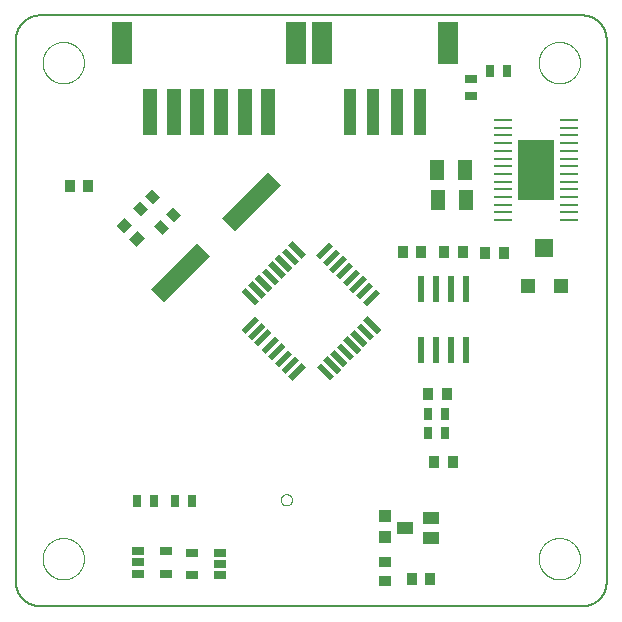
<source format=gtp>
G75*
%MOIN*%
%OFA0B0*%
%FSLAX25Y25*%
%IPPOS*%
%LPD*%
%AMOC8*
5,1,8,0,0,1.08239X$1,22.5*
%
%ADD10C,0.00800*%
%ADD11C,0.00000*%
%ADD12R,0.03150X0.03937*%
%ADD13R,0.03937X0.03150*%
%ADD14R,0.04724X0.15748*%
%ADD15R,0.06693X0.14173*%
%ADD16R,0.03937X0.15748*%
%ADD17R,0.03937X0.04331*%
%ADD18R,0.05512X0.03937*%
%ADD19R,0.21654X0.05906*%
%ADD20R,0.04724X0.04724*%
%ADD21R,0.06299X0.05906*%
%ADD22R,0.03543X0.03937*%
%ADD23R,0.03937X0.03543*%
%ADD24R,0.04724X0.07087*%
%ADD25R,0.02362X0.08661*%
%ADD26R,0.01969X0.06299*%
%ADD27R,0.06102X0.00984*%
%ADD28R,0.12205X0.20394*%
%ADD29R,0.03937X0.02756*%
D10*
X0003031Y0009274D02*
X0003031Y0190376D01*
X0003032Y0190376D02*
X0003034Y0190566D01*
X0003041Y0190756D01*
X0003053Y0190946D01*
X0003069Y0191136D01*
X0003089Y0191325D01*
X0003115Y0191514D01*
X0003144Y0191702D01*
X0003179Y0191889D01*
X0003218Y0192075D01*
X0003261Y0192260D01*
X0003309Y0192445D01*
X0003361Y0192628D01*
X0003417Y0192809D01*
X0003478Y0192989D01*
X0003544Y0193168D01*
X0003613Y0193345D01*
X0003687Y0193521D01*
X0003765Y0193694D01*
X0003848Y0193866D01*
X0003934Y0194035D01*
X0004024Y0194203D01*
X0004119Y0194368D01*
X0004217Y0194531D01*
X0004320Y0194691D01*
X0004426Y0194849D01*
X0004536Y0195004D01*
X0004649Y0195157D01*
X0004767Y0195307D01*
X0004888Y0195453D01*
X0005012Y0195597D01*
X0005140Y0195738D01*
X0005271Y0195876D01*
X0005406Y0196011D01*
X0005544Y0196142D01*
X0005685Y0196270D01*
X0005829Y0196394D01*
X0005975Y0196515D01*
X0006125Y0196633D01*
X0006278Y0196746D01*
X0006433Y0196856D01*
X0006591Y0196962D01*
X0006751Y0197065D01*
X0006914Y0197163D01*
X0007079Y0197258D01*
X0007247Y0197348D01*
X0007416Y0197434D01*
X0007588Y0197517D01*
X0007761Y0197595D01*
X0007937Y0197669D01*
X0008114Y0197738D01*
X0008293Y0197804D01*
X0008473Y0197865D01*
X0008654Y0197921D01*
X0008837Y0197973D01*
X0009022Y0198021D01*
X0009207Y0198064D01*
X0009393Y0198103D01*
X0009580Y0198138D01*
X0009768Y0198167D01*
X0009957Y0198193D01*
X0010146Y0198213D01*
X0010336Y0198229D01*
X0010526Y0198241D01*
X0010716Y0198248D01*
X0010906Y0198250D01*
X0192008Y0198250D01*
X0192198Y0198248D01*
X0192388Y0198241D01*
X0192578Y0198229D01*
X0192768Y0198213D01*
X0192957Y0198193D01*
X0193146Y0198167D01*
X0193334Y0198138D01*
X0193521Y0198103D01*
X0193707Y0198064D01*
X0193892Y0198021D01*
X0194077Y0197973D01*
X0194260Y0197921D01*
X0194441Y0197865D01*
X0194621Y0197804D01*
X0194800Y0197738D01*
X0194977Y0197669D01*
X0195153Y0197595D01*
X0195326Y0197517D01*
X0195498Y0197434D01*
X0195667Y0197348D01*
X0195835Y0197258D01*
X0196000Y0197163D01*
X0196163Y0197065D01*
X0196323Y0196962D01*
X0196481Y0196856D01*
X0196636Y0196746D01*
X0196789Y0196633D01*
X0196939Y0196515D01*
X0197085Y0196394D01*
X0197229Y0196270D01*
X0197370Y0196142D01*
X0197508Y0196011D01*
X0197643Y0195876D01*
X0197774Y0195738D01*
X0197902Y0195597D01*
X0198026Y0195453D01*
X0198147Y0195307D01*
X0198265Y0195157D01*
X0198378Y0195004D01*
X0198488Y0194849D01*
X0198594Y0194691D01*
X0198697Y0194531D01*
X0198795Y0194368D01*
X0198890Y0194203D01*
X0198980Y0194035D01*
X0199066Y0193866D01*
X0199149Y0193694D01*
X0199227Y0193521D01*
X0199301Y0193345D01*
X0199370Y0193168D01*
X0199436Y0192989D01*
X0199497Y0192809D01*
X0199553Y0192628D01*
X0199605Y0192445D01*
X0199653Y0192260D01*
X0199696Y0192075D01*
X0199735Y0191889D01*
X0199770Y0191702D01*
X0199799Y0191514D01*
X0199825Y0191325D01*
X0199845Y0191136D01*
X0199861Y0190946D01*
X0199873Y0190756D01*
X0199880Y0190566D01*
X0199882Y0190376D01*
X0199882Y0009274D01*
X0199880Y0009084D01*
X0199873Y0008894D01*
X0199861Y0008704D01*
X0199845Y0008514D01*
X0199825Y0008325D01*
X0199799Y0008136D01*
X0199770Y0007948D01*
X0199735Y0007761D01*
X0199696Y0007575D01*
X0199653Y0007390D01*
X0199605Y0007205D01*
X0199553Y0007022D01*
X0199497Y0006841D01*
X0199436Y0006661D01*
X0199370Y0006482D01*
X0199301Y0006305D01*
X0199227Y0006129D01*
X0199149Y0005956D01*
X0199066Y0005784D01*
X0198980Y0005615D01*
X0198890Y0005447D01*
X0198795Y0005282D01*
X0198697Y0005119D01*
X0198594Y0004959D01*
X0198488Y0004801D01*
X0198378Y0004646D01*
X0198265Y0004493D01*
X0198147Y0004343D01*
X0198026Y0004197D01*
X0197902Y0004053D01*
X0197774Y0003912D01*
X0197643Y0003774D01*
X0197508Y0003639D01*
X0197370Y0003508D01*
X0197229Y0003380D01*
X0197085Y0003256D01*
X0196939Y0003135D01*
X0196789Y0003017D01*
X0196636Y0002904D01*
X0196481Y0002794D01*
X0196323Y0002688D01*
X0196163Y0002585D01*
X0196000Y0002487D01*
X0195835Y0002392D01*
X0195667Y0002302D01*
X0195498Y0002216D01*
X0195326Y0002133D01*
X0195153Y0002055D01*
X0194977Y0001981D01*
X0194800Y0001912D01*
X0194621Y0001846D01*
X0194441Y0001785D01*
X0194260Y0001729D01*
X0194077Y0001677D01*
X0193892Y0001629D01*
X0193707Y0001586D01*
X0193521Y0001547D01*
X0193334Y0001512D01*
X0193146Y0001483D01*
X0192957Y0001457D01*
X0192768Y0001437D01*
X0192578Y0001421D01*
X0192388Y0001409D01*
X0192198Y0001402D01*
X0192008Y0001400D01*
X0010906Y0001400D01*
X0010716Y0001402D01*
X0010526Y0001409D01*
X0010336Y0001421D01*
X0010146Y0001437D01*
X0009957Y0001457D01*
X0009768Y0001483D01*
X0009580Y0001512D01*
X0009393Y0001547D01*
X0009207Y0001586D01*
X0009022Y0001629D01*
X0008837Y0001677D01*
X0008654Y0001729D01*
X0008473Y0001785D01*
X0008293Y0001846D01*
X0008114Y0001912D01*
X0007937Y0001981D01*
X0007761Y0002055D01*
X0007588Y0002133D01*
X0007416Y0002216D01*
X0007247Y0002302D01*
X0007079Y0002392D01*
X0006914Y0002487D01*
X0006751Y0002585D01*
X0006591Y0002688D01*
X0006433Y0002794D01*
X0006278Y0002904D01*
X0006125Y0003017D01*
X0005975Y0003135D01*
X0005829Y0003256D01*
X0005685Y0003380D01*
X0005544Y0003508D01*
X0005406Y0003639D01*
X0005271Y0003774D01*
X0005140Y0003912D01*
X0005012Y0004053D01*
X0004888Y0004197D01*
X0004767Y0004343D01*
X0004649Y0004493D01*
X0004536Y0004646D01*
X0004426Y0004801D01*
X0004320Y0004959D01*
X0004217Y0005119D01*
X0004119Y0005282D01*
X0004024Y0005447D01*
X0003934Y0005615D01*
X0003848Y0005784D01*
X0003765Y0005956D01*
X0003687Y0006129D01*
X0003613Y0006305D01*
X0003544Y0006482D01*
X0003478Y0006661D01*
X0003417Y0006841D01*
X0003361Y0007022D01*
X0003309Y0007205D01*
X0003261Y0007390D01*
X0003218Y0007575D01*
X0003179Y0007761D01*
X0003144Y0007948D01*
X0003115Y0008136D01*
X0003089Y0008325D01*
X0003069Y0008514D01*
X0003053Y0008704D01*
X0003041Y0008894D01*
X0003034Y0009084D01*
X0003032Y0009274D01*
D11*
X0011890Y0017148D02*
X0011892Y0017317D01*
X0011898Y0017486D01*
X0011909Y0017655D01*
X0011923Y0017823D01*
X0011942Y0017991D01*
X0011965Y0018159D01*
X0011991Y0018326D01*
X0012022Y0018492D01*
X0012057Y0018658D01*
X0012096Y0018822D01*
X0012140Y0018986D01*
X0012187Y0019148D01*
X0012238Y0019309D01*
X0012293Y0019469D01*
X0012352Y0019628D01*
X0012414Y0019785D01*
X0012481Y0019940D01*
X0012552Y0020094D01*
X0012626Y0020246D01*
X0012704Y0020396D01*
X0012785Y0020544D01*
X0012870Y0020690D01*
X0012959Y0020834D01*
X0013051Y0020976D01*
X0013147Y0021115D01*
X0013246Y0021252D01*
X0013348Y0021387D01*
X0013454Y0021519D01*
X0013563Y0021648D01*
X0013675Y0021775D01*
X0013790Y0021899D01*
X0013908Y0022020D01*
X0014029Y0022138D01*
X0014153Y0022253D01*
X0014280Y0022365D01*
X0014409Y0022474D01*
X0014541Y0022580D01*
X0014676Y0022682D01*
X0014813Y0022781D01*
X0014952Y0022877D01*
X0015094Y0022969D01*
X0015238Y0023058D01*
X0015384Y0023143D01*
X0015532Y0023224D01*
X0015682Y0023302D01*
X0015834Y0023376D01*
X0015988Y0023447D01*
X0016143Y0023514D01*
X0016300Y0023576D01*
X0016459Y0023635D01*
X0016619Y0023690D01*
X0016780Y0023741D01*
X0016942Y0023788D01*
X0017106Y0023832D01*
X0017270Y0023871D01*
X0017436Y0023906D01*
X0017602Y0023937D01*
X0017769Y0023963D01*
X0017937Y0023986D01*
X0018105Y0024005D01*
X0018273Y0024019D01*
X0018442Y0024030D01*
X0018611Y0024036D01*
X0018780Y0024038D01*
X0018949Y0024036D01*
X0019118Y0024030D01*
X0019287Y0024019D01*
X0019455Y0024005D01*
X0019623Y0023986D01*
X0019791Y0023963D01*
X0019958Y0023937D01*
X0020124Y0023906D01*
X0020290Y0023871D01*
X0020454Y0023832D01*
X0020618Y0023788D01*
X0020780Y0023741D01*
X0020941Y0023690D01*
X0021101Y0023635D01*
X0021260Y0023576D01*
X0021417Y0023514D01*
X0021572Y0023447D01*
X0021726Y0023376D01*
X0021878Y0023302D01*
X0022028Y0023224D01*
X0022176Y0023143D01*
X0022322Y0023058D01*
X0022466Y0022969D01*
X0022608Y0022877D01*
X0022747Y0022781D01*
X0022884Y0022682D01*
X0023019Y0022580D01*
X0023151Y0022474D01*
X0023280Y0022365D01*
X0023407Y0022253D01*
X0023531Y0022138D01*
X0023652Y0022020D01*
X0023770Y0021899D01*
X0023885Y0021775D01*
X0023997Y0021648D01*
X0024106Y0021519D01*
X0024212Y0021387D01*
X0024314Y0021252D01*
X0024413Y0021115D01*
X0024509Y0020976D01*
X0024601Y0020834D01*
X0024690Y0020690D01*
X0024775Y0020544D01*
X0024856Y0020396D01*
X0024934Y0020246D01*
X0025008Y0020094D01*
X0025079Y0019940D01*
X0025146Y0019785D01*
X0025208Y0019628D01*
X0025267Y0019469D01*
X0025322Y0019309D01*
X0025373Y0019148D01*
X0025420Y0018986D01*
X0025464Y0018822D01*
X0025503Y0018658D01*
X0025538Y0018492D01*
X0025569Y0018326D01*
X0025595Y0018159D01*
X0025618Y0017991D01*
X0025637Y0017823D01*
X0025651Y0017655D01*
X0025662Y0017486D01*
X0025668Y0017317D01*
X0025670Y0017148D01*
X0025668Y0016979D01*
X0025662Y0016810D01*
X0025651Y0016641D01*
X0025637Y0016473D01*
X0025618Y0016305D01*
X0025595Y0016137D01*
X0025569Y0015970D01*
X0025538Y0015804D01*
X0025503Y0015638D01*
X0025464Y0015474D01*
X0025420Y0015310D01*
X0025373Y0015148D01*
X0025322Y0014987D01*
X0025267Y0014827D01*
X0025208Y0014668D01*
X0025146Y0014511D01*
X0025079Y0014356D01*
X0025008Y0014202D01*
X0024934Y0014050D01*
X0024856Y0013900D01*
X0024775Y0013752D01*
X0024690Y0013606D01*
X0024601Y0013462D01*
X0024509Y0013320D01*
X0024413Y0013181D01*
X0024314Y0013044D01*
X0024212Y0012909D01*
X0024106Y0012777D01*
X0023997Y0012648D01*
X0023885Y0012521D01*
X0023770Y0012397D01*
X0023652Y0012276D01*
X0023531Y0012158D01*
X0023407Y0012043D01*
X0023280Y0011931D01*
X0023151Y0011822D01*
X0023019Y0011716D01*
X0022884Y0011614D01*
X0022747Y0011515D01*
X0022608Y0011419D01*
X0022466Y0011327D01*
X0022322Y0011238D01*
X0022176Y0011153D01*
X0022028Y0011072D01*
X0021878Y0010994D01*
X0021726Y0010920D01*
X0021572Y0010849D01*
X0021417Y0010782D01*
X0021260Y0010720D01*
X0021101Y0010661D01*
X0020941Y0010606D01*
X0020780Y0010555D01*
X0020618Y0010508D01*
X0020454Y0010464D01*
X0020290Y0010425D01*
X0020124Y0010390D01*
X0019958Y0010359D01*
X0019791Y0010333D01*
X0019623Y0010310D01*
X0019455Y0010291D01*
X0019287Y0010277D01*
X0019118Y0010266D01*
X0018949Y0010260D01*
X0018780Y0010258D01*
X0018611Y0010260D01*
X0018442Y0010266D01*
X0018273Y0010277D01*
X0018105Y0010291D01*
X0017937Y0010310D01*
X0017769Y0010333D01*
X0017602Y0010359D01*
X0017436Y0010390D01*
X0017270Y0010425D01*
X0017106Y0010464D01*
X0016942Y0010508D01*
X0016780Y0010555D01*
X0016619Y0010606D01*
X0016459Y0010661D01*
X0016300Y0010720D01*
X0016143Y0010782D01*
X0015988Y0010849D01*
X0015834Y0010920D01*
X0015682Y0010994D01*
X0015532Y0011072D01*
X0015384Y0011153D01*
X0015238Y0011238D01*
X0015094Y0011327D01*
X0014952Y0011419D01*
X0014813Y0011515D01*
X0014676Y0011614D01*
X0014541Y0011716D01*
X0014409Y0011822D01*
X0014280Y0011931D01*
X0014153Y0012043D01*
X0014029Y0012158D01*
X0013908Y0012276D01*
X0013790Y0012397D01*
X0013675Y0012521D01*
X0013563Y0012648D01*
X0013454Y0012777D01*
X0013348Y0012909D01*
X0013246Y0013044D01*
X0013147Y0013181D01*
X0013051Y0013320D01*
X0012959Y0013462D01*
X0012870Y0013606D01*
X0012785Y0013752D01*
X0012704Y0013900D01*
X0012626Y0014050D01*
X0012552Y0014202D01*
X0012481Y0014356D01*
X0012414Y0014511D01*
X0012352Y0014668D01*
X0012293Y0014827D01*
X0012238Y0014987D01*
X0012187Y0015148D01*
X0012140Y0015310D01*
X0012096Y0015474D01*
X0012057Y0015638D01*
X0012022Y0015804D01*
X0011991Y0015970D01*
X0011965Y0016137D01*
X0011942Y0016305D01*
X0011923Y0016473D01*
X0011909Y0016641D01*
X0011898Y0016810D01*
X0011892Y0016979D01*
X0011890Y0017148D01*
X0091278Y0036800D02*
X0091280Y0036886D01*
X0091286Y0036973D01*
X0091296Y0037058D01*
X0091310Y0037144D01*
X0091328Y0037228D01*
X0091349Y0037312D01*
X0091375Y0037394D01*
X0091404Y0037476D01*
X0091437Y0037555D01*
X0091474Y0037634D01*
X0091514Y0037710D01*
X0091558Y0037784D01*
X0091605Y0037857D01*
X0091656Y0037927D01*
X0091709Y0037995D01*
X0091766Y0038060D01*
X0091826Y0038122D01*
X0091888Y0038182D01*
X0091953Y0038239D01*
X0092021Y0038292D01*
X0092091Y0038343D01*
X0092164Y0038390D01*
X0092238Y0038434D01*
X0092314Y0038474D01*
X0092393Y0038511D01*
X0092472Y0038544D01*
X0092554Y0038573D01*
X0092636Y0038599D01*
X0092720Y0038620D01*
X0092804Y0038638D01*
X0092890Y0038652D01*
X0092975Y0038662D01*
X0093062Y0038668D01*
X0093148Y0038670D01*
X0093234Y0038668D01*
X0093321Y0038662D01*
X0093406Y0038652D01*
X0093492Y0038638D01*
X0093576Y0038620D01*
X0093660Y0038599D01*
X0093742Y0038573D01*
X0093824Y0038544D01*
X0093903Y0038511D01*
X0093982Y0038474D01*
X0094058Y0038434D01*
X0094132Y0038390D01*
X0094205Y0038343D01*
X0094275Y0038292D01*
X0094343Y0038239D01*
X0094408Y0038182D01*
X0094470Y0038122D01*
X0094530Y0038060D01*
X0094587Y0037995D01*
X0094640Y0037927D01*
X0094691Y0037857D01*
X0094738Y0037784D01*
X0094782Y0037710D01*
X0094822Y0037634D01*
X0094859Y0037555D01*
X0094892Y0037476D01*
X0094921Y0037394D01*
X0094947Y0037312D01*
X0094968Y0037228D01*
X0094986Y0037144D01*
X0095000Y0037058D01*
X0095010Y0036973D01*
X0095016Y0036886D01*
X0095018Y0036800D01*
X0095016Y0036714D01*
X0095010Y0036627D01*
X0095000Y0036542D01*
X0094986Y0036456D01*
X0094968Y0036372D01*
X0094947Y0036288D01*
X0094921Y0036206D01*
X0094892Y0036124D01*
X0094859Y0036045D01*
X0094822Y0035966D01*
X0094782Y0035890D01*
X0094738Y0035816D01*
X0094691Y0035743D01*
X0094640Y0035673D01*
X0094587Y0035605D01*
X0094530Y0035540D01*
X0094470Y0035478D01*
X0094408Y0035418D01*
X0094343Y0035361D01*
X0094275Y0035308D01*
X0094205Y0035257D01*
X0094132Y0035210D01*
X0094058Y0035166D01*
X0093982Y0035126D01*
X0093903Y0035089D01*
X0093824Y0035056D01*
X0093742Y0035027D01*
X0093660Y0035001D01*
X0093576Y0034980D01*
X0093492Y0034962D01*
X0093406Y0034948D01*
X0093321Y0034938D01*
X0093234Y0034932D01*
X0093148Y0034930D01*
X0093062Y0034932D01*
X0092975Y0034938D01*
X0092890Y0034948D01*
X0092804Y0034962D01*
X0092720Y0034980D01*
X0092636Y0035001D01*
X0092554Y0035027D01*
X0092472Y0035056D01*
X0092393Y0035089D01*
X0092314Y0035126D01*
X0092238Y0035166D01*
X0092164Y0035210D01*
X0092091Y0035257D01*
X0092021Y0035308D01*
X0091953Y0035361D01*
X0091888Y0035418D01*
X0091826Y0035478D01*
X0091766Y0035540D01*
X0091709Y0035605D01*
X0091656Y0035673D01*
X0091605Y0035743D01*
X0091558Y0035816D01*
X0091514Y0035890D01*
X0091474Y0035966D01*
X0091437Y0036045D01*
X0091404Y0036124D01*
X0091375Y0036206D01*
X0091349Y0036288D01*
X0091328Y0036372D01*
X0091310Y0036456D01*
X0091296Y0036542D01*
X0091286Y0036627D01*
X0091280Y0036714D01*
X0091278Y0036800D01*
X0177244Y0017148D02*
X0177246Y0017317D01*
X0177252Y0017486D01*
X0177263Y0017655D01*
X0177277Y0017823D01*
X0177296Y0017991D01*
X0177319Y0018159D01*
X0177345Y0018326D01*
X0177376Y0018492D01*
X0177411Y0018658D01*
X0177450Y0018822D01*
X0177494Y0018986D01*
X0177541Y0019148D01*
X0177592Y0019309D01*
X0177647Y0019469D01*
X0177706Y0019628D01*
X0177768Y0019785D01*
X0177835Y0019940D01*
X0177906Y0020094D01*
X0177980Y0020246D01*
X0178058Y0020396D01*
X0178139Y0020544D01*
X0178224Y0020690D01*
X0178313Y0020834D01*
X0178405Y0020976D01*
X0178501Y0021115D01*
X0178600Y0021252D01*
X0178702Y0021387D01*
X0178808Y0021519D01*
X0178917Y0021648D01*
X0179029Y0021775D01*
X0179144Y0021899D01*
X0179262Y0022020D01*
X0179383Y0022138D01*
X0179507Y0022253D01*
X0179634Y0022365D01*
X0179763Y0022474D01*
X0179895Y0022580D01*
X0180030Y0022682D01*
X0180167Y0022781D01*
X0180306Y0022877D01*
X0180448Y0022969D01*
X0180592Y0023058D01*
X0180738Y0023143D01*
X0180886Y0023224D01*
X0181036Y0023302D01*
X0181188Y0023376D01*
X0181342Y0023447D01*
X0181497Y0023514D01*
X0181654Y0023576D01*
X0181813Y0023635D01*
X0181973Y0023690D01*
X0182134Y0023741D01*
X0182296Y0023788D01*
X0182460Y0023832D01*
X0182624Y0023871D01*
X0182790Y0023906D01*
X0182956Y0023937D01*
X0183123Y0023963D01*
X0183291Y0023986D01*
X0183459Y0024005D01*
X0183627Y0024019D01*
X0183796Y0024030D01*
X0183965Y0024036D01*
X0184134Y0024038D01*
X0184303Y0024036D01*
X0184472Y0024030D01*
X0184641Y0024019D01*
X0184809Y0024005D01*
X0184977Y0023986D01*
X0185145Y0023963D01*
X0185312Y0023937D01*
X0185478Y0023906D01*
X0185644Y0023871D01*
X0185808Y0023832D01*
X0185972Y0023788D01*
X0186134Y0023741D01*
X0186295Y0023690D01*
X0186455Y0023635D01*
X0186614Y0023576D01*
X0186771Y0023514D01*
X0186926Y0023447D01*
X0187080Y0023376D01*
X0187232Y0023302D01*
X0187382Y0023224D01*
X0187530Y0023143D01*
X0187676Y0023058D01*
X0187820Y0022969D01*
X0187962Y0022877D01*
X0188101Y0022781D01*
X0188238Y0022682D01*
X0188373Y0022580D01*
X0188505Y0022474D01*
X0188634Y0022365D01*
X0188761Y0022253D01*
X0188885Y0022138D01*
X0189006Y0022020D01*
X0189124Y0021899D01*
X0189239Y0021775D01*
X0189351Y0021648D01*
X0189460Y0021519D01*
X0189566Y0021387D01*
X0189668Y0021252D01*
X0189767Y0021115D01*
X0189863Y0020976D01*
X0189955Y0020834D01*
X0190044Y0020690D01*
X0190129Y0020544D01*
X0190210Y0020396D01*
X0190288Y0020246D01*
X0190362Y0020094D01*
X0190433Y0019940D01*
X0190500Y0019785D01*
X0190562Y0019628D01*
X0190621Y0019469D01*
X0190676Y0019309D01*
X0190727Y0019148D01*
X0190774Y0018986D01*
X0190818Y0018822D01*
X0190857Y0018658D01*
X0190892Y0018492D01*
X0190923Y0018326D01*
X0190949Y0018159D01*
X0190972Y0017991D01*
X0190991Y0017823D01*
X0191005Y0017655D01*
X0191016Y0017486D01*
X0191022Y0017317D01*
X0191024Y0017148D01*
X0191022Y0016979D01*
X0191016Y0016810D01*
X0191005Y0016641D01*
X0190991Y0016473D01*
X0190972Y0016305D01*
X0190949Y0016137D01*
X0190923Y0015970D01*
X0190892Y0015804D01*
X0190857Y0015638D01*
X0190818Y0015474D01*
X0190774Y0015310D01*
X0190727Y0015148D01*
X0190676Y0014987D01*
X0190621Y0014827D01*
X0190562Y0014668D01*
X0190500Y0014511D01*
X0190433Y0014356D01*
X0190362Y0014202D01*
X0190288Y0014050D01*
X0190210Y0013900D01*
X0190129Y0013752D01*
X0190044Y0013606D01*
X0189955Y0013462D01*
X0189863Y0013320D01*
X0189767Y0013181D01*
X0189668Y0013044D01*
X0189566Y0012909D01*
X0189460Y0012777D01*
X0189351Y0012648D01*
X0189239Y0012521D01*
X0189124Y0012397D01*
X0189006Y0012276D01*
X0188885Y0012158D01*
X0188761Y0012043D01*
X0188634Y0011931D01*
X0188505Y0011822D01*
X0188373Y0011716D01*
X0188238Y0011614D01*
X0188101Y0011515D01*
X0187962Y0011419D01*
X0187820Y0011327D01*
X0187676Y0011238D01*
X0187530Y0011153D01*
X0187382Y0011072D01*
X0187232Y0010994D01*
X0187080Y0010920D01*
X0186926Y0010849D01*
X0186771Y0010782D01*
X0186614Y0010720D01*
X0186455Y0010661D01*
X0186295Y0010606D01*
X0186134Y0010555D01*
X0185972Y0010508D01*
X0185808Y0010464D01*
X0185644Y0010425D01*
X0185478Y0010390D01*
X0185312Y0010359D01*
X0185145Y0010333D01*
X0184977Y0010310D01*
X0184809Y0010291D01*
X0184641Y0010277D01*
X0184472Y0010266D01*
X0184303Y0010260D01*
X0184134Y0010258D01*
X0183965Y0010260D01*
X0183796Y0010266D01*
X0183627Y0010277D01*
X0183459Y0010291D01*
X0183291Y0010310D01*
X0183123Y0010333D01*
X0182956Y0010359D01*
X0182790Y0010390D01*
X0182624Y0010425D01*
X0182460Y0010464D01*
X0182296Y0010508D01*
X0182134Y0010555D01*
X0181973Y0010606D01*
X0181813Y0010661D01*
X0181654Y0010720D01*
X0181497Y0010782D01*
X0181342Y0010849D01*
X0181188Y0010920D01*
X0181036Y0010994D01*
X0180886Y0011072D01*
X0180738Y0011153D01*
X0180592Y0011238D01*
X0180448Y0011327D01*
X0180306Y0011419D01*
X0180167Y0011515D01*
X0180030Y0011614D01*
X0179895Y0011716D01*
X0179763Y0011822D01*
X0179634Y0011931D01*
X0179507Y0012043D01*
X0179383Y0012158D01*
X0179262Y0012276D01*
X0179144Y0012397D01*
X0179029Y0012521D01*
X0178917Y0012648D01*
X0178808Y0012777D01*
X0178702Y0012909D01*
X0178600Y0013044D01*
X0178501Y0013181D01*
X0178405Y0013320D01*
X0178313Y0013462D01*
X0178224Y0013606D01*
X0178139Y0013752D01*
X0178058Y0013900D01*
X0177980Y0014050D01*
X0177906Y0014202D01*
X0177835Y0014356D01*
X0177768Y0014511D01*
X0177706Y0014668D01*
X0177647Y0014827D01*
X0177592Y0014987D01*
X0177541Y0015148D01*
X0177494Y0015310D01*
X0177450Y0015474D01*
X0177411Y0015638D01*
X0177376Y0015804D01*
X0177345Y0015970D01*
X0177319Y0016137D01*
X0177296Y0016305D01*
X0177277Y0016473D01*
X0177263Y0016641D01*
X0177252Y0016810D01*
X0177246Y0016979D01*
X0177244Y0017148D01*
X0177244Y0182502D02*
X0177246Y0182671D01*
X0177252Y0182840D01*
X0177263Y0183009D01*
X0177277Y0183177D01*
X0177296Y0183345D01*
X0177319Y0183513D01*
X0177345Y0183680D01*
X0177376Y0183846D01*
X0177411Y0184012D01*
X0177450Y0184176D01*
X0177494Y0184340D01*
X0177541Y0184502D01*
X0177592Y0184663D01*
X0177647Y0184823D01*
X0177706Y0184982D01*
X0177768Y0185139D01*
X0177835Y0185294D01*
X0177906Y0185448D01*
X0177980Y0185600D01*
X0178058Y0185750D01*
X0178139Y0185898D01*
X0178224Y0186044D01*
X0178313Y0186188D01*
X0178405Y0186330D01*
X0178501Y0186469D01*
X0178600Y0186606D01*
X0178702Y0186741D01*
X0178808Y0186873D01*
X0178917Y0187002D01*
X0179029Y0187129D01*
X0179144Y0187253D01*
X0179262Y0187374D01*
X0179383Y0187492D01*
X0179507Y0187607D01*
X0179634Y0187719D01*
X0179763Y0187828D01*
X0179895Y0187934D01*
X0180030Y0188036D01*
X0180167Y0188135D01*
X0180306Y0188231D01*
X0180448Y0188323D01*
X0180592Y0188412D01*
X0180738Y0188497D01*
X0180886Y0188578D01*
X0181036Y0188656D01*
X0181188Y0188730D01*
X0181342Y0188801D01*
X0181497Y0188868D01*
X0181654Y0188930D01*
X0181813Y0188989D01*
X0181973Y0189044D01*
X0182134Y0189095D01*
X0182296Y0189142D01*
X0182460Y0189186D01*
X0182624Y0189225D01*
X0182790Y0189260D01*
X0182956Y0189291D01*
X0183123Y0189317D01*
X0183291Y0189340D01*
X0183459Y0189359D01*
X0183627Y0189373D01*
X0183796Y0189384D01*
X0183965Y0189390D01*
X0184134Y0189392D01*
X0184303Y0189390D01*
X0184472Y0189384D01*
X0184641Y0189373D01*
X0184809Y0189359D01*
X0184977Y0189340D01*
X0185145Y0189317D01*
X0185312Y0189291D01*
X0185478Y0189260D01*
X0185644Y0189225D01*
X0185808Y0189186D01*
X0185972Y0189142D01*
X0186134Y0189095D01*
X0186295Y0189044D01*
X0186455Y0188989D01*
X0186614Y0188930D01*
X0186771Y0188868D01*
X0186926Y0188801D01*
X0187080Y0188730D01*
X0187232Y0188656D01*
X0187382Y0188578D01*
X0187530Y0188497D01*
X0187676Y0188412D01*
X0187820Y0188323D01*
X0187962Y0188231D01*
X0188101Y0188135D01*
X0188238Y0188036D01*
X0188373Y0187934D01*
X0188505Y0187828D01*
X0188634Y0187719D01*
X0188761Y0187607D01*
X0188885Y0187492D01*
X0189006Y0187374D01*
X0189124Y0187253D01*
X0189239Y0187129D01*
X0189351Y0187002D01*
X0189460Y0186873D01*
X0189566Y0186741D01*
X0189668Y0186606D01*
X0189767Y0186469D01*
X0189863Y0186330D01*
X0189955Y0186188D01*
X0190044Y0186044D01*
X0190129Y0185898D01*
X0190210Y0185750D01*
X0190288Y0185600D01*
X0190362Y0185448D01*
X0190433Y0185294D01*
X0190500Y0185139D01*
X0190562Y0184982D01*
X0190621Y0184823D01*
X0190676Y0184663D01*
X0190727Y0184502D01*
X0190774Y0184340D01*
X0190818Y0184176D01*
X0190857Y0184012D01*
X0190892Y0183846D01*
X0190923Y0183680D01*
X0190949Y0183513D01*
X0190972Y0183345D01*
X0190991Y0183177D01*
X0191005Y0183009D01*
X0191016Y0182840D01*
X0191022Y0182671D01*
X0191024Y0182502D01*
X0191022Y0182333D01*
X0191016Y0182164D01*
X0191005Y0181995D01*
X0190991Y0181827D01*
X0190972Y0181659D01*
X0190949Y0181491D01*
X0190923Y0181324D01*
X0190892Y0181158D01*
X0190857Y0180992D01*
X0190818Y0180828D01*
X0190774Y0180664D01*
X0190727Y0180502D01*
X0190676Y0180341D01*
X0190621Y0180181D01*
X0190562Y0180022D01*
X0190500Y0179865D01*
X0190433Y0179710D01*
X0190362Y0179556D01*
X0190288Y0179404D01*
X0190210Y0179254D01*
X0190129Y0179106D01*
X0190044Y0178960D01*
X0189955Y0178816D01*
X0189863Y0178674D01*
X0189767Y0178535D01*
X0189668Y0178398D01*
X0189566Y0178263D01*
X0189460Y0178131D01*
X0189351Y0178002D01*
X0189239Y0177875D01*
X0189124Y0177751D01*
X0189006Y0177630D01*
X0188885Y0177512D01*
X0188761Y0177397D01*
X0188634Y0177285D01*
X0188505Y0177176D01*
X0188373Y0177070D01*
X0188238Y0176968D01*
X0188101Y0176869D01*
X0187962Y0176773D01*
X0187820Y0176681D01*
X0187676Y0176592D01*
X0187530Y0176507D01*
X0187382Y0176426D01*
X0187232Y0176348D01*
X0187080Y0176274D01*
X0186926Y0176203D01*
X0186771Y0176136D01*
X0186614Y0176074D01*
X0186455Y0176015D01*
X0186295Y0175960D01*
X0186134Y0175909D01*
X0185972Y0175862D01*
X0185808Y0175818D01*
X0185644Y0175779D01*
X0185478Y0175744D01*
X0185312Y0175713D01*
X0185145Y0175687D01*
X0184977Y0175664D01*
X0184809Y0175645D01*
X0184641Y0175631D01*
X0184472Y0175620D01*
X0184303Y0175614D01*
X0184134Y0175612D01*
X0183965Y0175614D01*
X0183796Y0175620D01*
X0183627Y0175631D01*
X0183459Y0175645D01*
X0183291Y0175664D01*
X0183123Y0175687D01*
X0182956Y0175713D01*
X0182790Y0175744D01*
X0182624Y0175779D01*
X0182460Y0175818D01*
X0182296Y0175862D01*
X0182134Y0175909D01*
X0181973Y0175960D01*
X0181813Y0176015D01*
X0181654Y0176074D01*
X0181497Y0176136D01*
X0181342Y0176203D01*
X0181188Y0176274D01*
X0181036Y0176348D01*
X0180886Y0176426D01*
X0180738Y0176507D01*
X0180592Y0176592D01*
X0180448Y0176681D01*
X0180306Y0176773D01*
X0180167Y0176869D01*
X0180030Y0176968D01*
X0179895Y0177070D01*
X0179763Y0177176D01*
X0179634Y0177285D01*
X0179507Y0177397D01*
X0179383Y0177512D01*
X0179262Y0177630D01*
X0179144Y0177751D01*
X0179029Y0177875D01*
X0178917Y0178002D01*
X0178808Y0178131D01*
X0178702Y0178263D01*
X0178600Y0178398D01*
X0178501Y0178535D01*
X0178405Y0178674D01*
X0178313Y0178816D01*
X0178224Y0178960D01*
X0178139Y0179106D01*
X0178058Y0179254D01*
X0177980Y0179404D01*
X0177906Y0179556D01*
X0177835Y0179710D01*
X0177768Y0179865D01*
X0177706Y0180022D01*
X0177647Y0180181D01*
X0177592Y0180341D01*
X0177541Y0180502D01*
X0177494Y0180664D01*
X0177450Y0180828D01*
X0177411Y0180992D01*
X0177376Y0181158D01*
X0177345Y0181324D01*
X0177319Y0181491D01*
X0177296Y0181659D01*
X0177277Y0181827D01*
X0177263Y0181995D01*
X0177252Y0182164D01*
X0177246Y0182333D01*
X0177244Y0182502D01*
X0011890Y0182502D02*
X0011892Y0182671D01*
X0011898Y0182840D01*
X0011909Y0183009D01*
X0011923Y0183177D01*
X0011942Y0183345D01*
X0011965Y0183513D01*
X0011991Y0183680D01*
X0012022Y0183846D01*
X0012057Y0184012D01*
X0012096Y0184176D01*
X0012140Y0184340D01*
X0012187Y0184502D01*
X0012238Y0184663D01*
X0012293Y0184823D01*
X0012352Y0184982D01*
X0012414Y0185139D01*
X0012481Y0185294D01*
X0012552Y0185448D01*
X0012626Y0185600D01*
X0012704Y0185750D01*
X0012785Y0185898D01*
X0012870Y0186044D01*
X0012959Y0186188D01*
X0013051Y0186330D01*
X0013147Y0186469D01*
X0013246Y0186606D01*
X0013348Y0186741D01*
X0013454Y0186873D01*
X0013563Y0187002D01*
X0013675Y0187129D01*
X0013790Y0187253D01*
X0013908Y0187374D01*
X0014029Y0187492D01*
X0014153Y0187607D01*
X0014280Y0187719D01*
X0014409Y0187828D01*
X0014541Y0187934D01*
X0014676Y0188036D01*
X0014813Y0188135D01*
X0014952Y0188231D01*
X0015094Y0188323D01*
X0015238Y0188412D01*
X0015384Y0188497D01*
X0015532Y0188578D01*
X0015682Y0188656D01*
X0015834Y0188730D01*
X0015988Y0188801D01*
X0016143Y0188868D01*
X0016300Y0188930D01*
X0016459Y0188989D01*
X0016619Y0189044D01*
X0016780Y0189095D01*
X0016942Y0189142D01*
X0017106Y0189186D01*
X0017270Y0189225D01*
X0017436Y0189260D01*
X0017602Y0189291D01*
X0017769Y0189317D01*
X0017937Y0189340D01*
X0018105Y0189359D01*
X0018273Y0189373D01*
X0018442Y0189384D01*
X0018611Y0189390D01*
X0018780Y0189392D01*
X0018949Y0189390D01*
X0019118Y0189384D01*
X0019287Y0189373D01*
X0019455Y0189359D01*
X0019623Y0189340D01*
X0019791Y0189317D01*
X0019958Y0189291D01*
X0020124Y0189260D01*
X0020290Y0189225D01*
X0020454Y0189186D01*
X0020618Y0189142D01*
X0020780Y0189095D01*
X0020941Y0189044D01*
X0021101Y0188989D01*
X0021260Y0188930D01*
X0021417Y0188868D01*
X0021572Y0188801D01*
X0021726Y0188730D01*
X0021878Y0188656D01*
X0022028Y0188578D01*
X0022176Y0188497D01*
X0022322Y0188412D01*
X0022466Y0188323D01*
X0022608Y0188231D01*
X0022747Y0188135D01*
X0022884Y0188036D01*
X0023019Y0187934D01*
X0023151Y0187828D01*
X0023280Y0187719D01*
X0023407Y0187607D01*
X0023531Y0187492D01*
X0023652Y0187374D01*
X0023770Y0187253D01*
X0023885Y0187129D01*
X0023997Y0187002D01*
X0024106Y0186873D01*
X0024212Y0186741D01*
X0024314Y0186606D01*
X0024413Y0186469D01*
X0024509Y0186330D01*
X0024601Y0186188D01*
X0024690Y0186044D01*
X0024775Y0185898D01*
X0024856Y0185750D01*
X0024934Y0185600D01*
X0025008Y0185448D01*
X0025079Y0185294D01*
X0025146Y0185139D01*
X0025208Y0184982D01*
X0025267Y0184823D01*
X0025322Y0184663D01*
X0025373Y0184502D01*
X0025420Y0184340D01*
X0025464Y0184176D01*
X0025503Y0184012D01*
X0025538Y0183846D01*
X0025569Y0183680D01*
X0025595Y0183513D01*
X0025618Y0183345D01*
X0025637Y0183177D01*
X0025651Y0183009D01*
X0025662Y0182840D01*
X0025668Y0182671D01*
X0025670Y0182502D01*
X0025668Y0182333D01*
X0025662Y0182164D01*
X0025651Y0181995D01*
X0025637Y0181827D01*
X0025618Y0181659D01*
X0025595Y0181491D01*
X0025569Y0181324D01*
X0025538Y0181158D01*
X0025503Y0180992D01*
X0025464Y0180828D01*
X0025420Y0180664D01*
X0025373Y0180502D01*
X0025322Y0180341D01*
X0025267Y0180181D01*
X0025208Y0180022D01*
X0025146Y0179865D01*
X0025079Y0179710D01*
X0025008Y0179556D01*
X0024934Y0179404D01*
X0024856Y0179254D01*
X0024775Y0179106D01*
X0024690Y0178960D01*
X0024601Y0178816D01*
X0024509Y0178674D01*
X0024413Y0178535D01*
X0024314Y0178398D01*
X0024212Y0178263D01*
X0024106Y0178131D01*
X0023997Y0178002D01*
X0023885Y0177875D01*
X0023770Y0177751D01*
X0023652Y0177630D01*
X0023531Y0177512D01*
X0023407Y0177397D01*
X0023280Y0177285D01*
X0023151Y0177176D01*
X0023019Y0177070D01*
X0022884Y0176968D01*
X0022747Y0176869D01*
X0022608Y0176773D01*
X0022466Y0176681D01*
X0022322Y0176592D01*
X0022176Y0176507D01*
X0022028Y0176426D01*
X0021878Y0176348D01*
X0021726Y0176274D01*
X0021572Y0176203D01*
X0021417Y0176136D01*
X0021260Y0176074D01*
X0021101Y0176015D01*
X0020941Y0175960D01*
X0020780Y0175909D01*
X0020618Y0175862D01*
X0020454Y0175818D01*
X0020290Y0175779D01*
X0020124Y0175744D01*
X0019958Y0175713D01*
X0019791Y0175687D01*
X0019623Y0175664D01*
X0019455Y0175645D01*
X0019287Y0175631D01*
X0019118Y0175620D01*
X0018949Y0175614D01*
X0018780Y0175612D01*
X0018611Y0175614D01*
X0018442Y0175620D01*
X0018273Y0175631D01*
X0018105Y0175645D01*
X0017937Y0175664D01*
X0017769Y0175687D01*
X0017602Y0175713D01*
X0017436Y0175744D01*
X0017270Y0175779D01*
X0017106Y0175818D01*
X0016942Y0175862D01*
X0016780Y0175909D01*
X0016619Y0175960D01*
X0016459Y0176015D01*
X0016300Y0176074D01*
X0016143Y0176136D01*
X0015988Y0176203D01*
X0015834Y0176274D01*
X0015682Y0176348D01*
X0015532Y0176426D01*
X0015384Y0176507D01*
X0015238Y0176592D01*
X0015094Y0176681D01*
X0014952Y0176773D01*
X0014813Y0176869D01*
X0014676Y0176968D01*
X0014541Y0177070D01*
X0014409Y0177176D01*
X0014280Y0177285D01*
X0014153Y0177397D01*
X0014029Y0177512D01*
X0013908Y0177630D01*
X0013790Y0177751D01*
X0013675Y0177875D01*
X0013563Y0178002D01*
X0013454Y0178131D01*
X0013348Y0178263D01*
X0013246Y0178398D01*
X0013147Y0178535D01*
X0013051Y0178674D01*
X0012959Y0178816D01*
X0012870Y0178960D01*
X0012785Y0179106D01*
X0012704Y0179254D01*
X0012626Y0179404D01*
X0012552Y0179556D01*
X0012481Y0179710D01*
X0012414Y0179865D01*
X0012352Y0180022D01*
X0012293Y0180181D01*
X0012238Y0180341D01*
X0012187Y0180502D01*
X0012140Y0180664D01*
X0012096Y0180828D01*
X0012057Y0180992D01*
X0012022Y0181158D01*
X0011991Y0181324D01*
X0011965Y0181491D01*
X0011942Y0181659D01*
X0011923Y0181827D01*
X0011909Y0181995D01*
X0011898Y0182164D01*
X0011892Y0182333D01*
X0011890Y0182502D01*
D12*
G36*
X0046025Y0138153D02*
X0048253Y0140381D01*
X0051035Y0137599D01*
X0048807Y0135371D01*
X0046025Y0138153D01*
G37*
G36*
X0041988Y0134116D02*
X0044216Y0136344D01*
X0046998Y0133562D01*
X0044770Y0131334D01*
X0041988Y0134116D01*
G37*
G36*
X0048961Y0127990D02*
X0051189Y0130218D01*
X0053971Y0127436D01*
X0051743Y0125208D01*
X0048961Y0127990D01*
G37*
G36*
X0052997Y0132026D02*
X0055225Y0134254D01*
X0058007Y0131472D01*
X0055779Y0129244D01*
X0052997Y0132026D01*
G37*
X0140427Y0065400D03*
X0146136Y0065400D03*
X0146136Y0058900D03*
X0140427Y0058900D03*
X0061786Y0036400D03*
X0056077Y0036400D03*
X0049046Y0036229D03*
X0043337Y0036229D03*
X0160998Y0179869D03*
X0166707Y0179869D03*
D13*
X0154613Y0176998D03*
X0154613Y0171290D03*
D14*
X0087110Y0166106D03*
X0079236Y0166106D03*
X0071362Y0166106D03*
X0063488Y0166106D03*
X0055614Y0166106D03*
X0047740Y0166106D03*
D15*
X0038488Y0189138D03*
X0096362Y0189138D03*
X0104966Y0189044D03*
X0147092Y0189044D03*
D16*
X0137840Y0166013D03*
X0129966Y0166013D03*
X0122092Y0166013D03*
X0114218Y0166013D03*
D17*
X0126031Y0031246D03*
X0126031Y0024554D03*
D18*
X0132701Y0027400D03*
X0141362Y0024054D03*
X0141362Y0030746D03*
D19*
G36*
X0048186Y0107010D02*
X0063496Y0122320D01*
X0067672Y0118144D01*
X0052362Y0102834D01*
X0048186Y0107010D01*
G37*
G36*
X0071849Y0130673D02*
X0087159Y0145983D01*
X0091335Y0141807D01*
X0076025Y0126497D01*
X0071849Y0130673D01*
G37*
D20*
X0173571Y0107904D03*
X0184594Y0107904D03*
D21*
X0179083Y0120699D03*
D22*
X0165681Y0119150D03*
X0159382Y0119150D03*
X0151931Y0119400D03*
X0145632Y0119400D03*
X0138181Y0119400D03*
X0131882Y0119400D03*
X0140382Y0071900D03*
X0146681Y0071900D03*
X0148681Y0049400D03*
X0142382Y0049400D03*
X0141181Y0010400D03*
X0134882Y0010400D03*
G36*
X0043635Y0126435D02*
X0046139Y0123931D01*
X0043357Y0121149D01*
X0040853Y0123653D01*
X0043635Y0126435D01*
G37*
G36*
X0039180Y0130889D02*
X0041684Y0128385D01*
X0038902Y0125603D01*
X0036398Y0128107D01*
X0039180Y0130889D01*
G37*
X0027181Y0141400D03*
X0020882Y0141400D03*
D23*
X0126031Y0016050D03*
X0126031Y0009750D03*
D24*
X0143681Y0136774D03*
X0153130Y0136774D03*
X0152736Y0146668D03*
X0143287Y0146668D03*
D25*
X0143031Y0107136D03*
X0148031Y0107136D03*
X0153031Y0107136D03*
X0138031Y0107136D03*
X0138031Y0086664D03*
X0143031Y0086664D03*
X0148031Y0086664D03*
X0153031Y0086664D03*
D26*
G36*
X0124676Y0093537D02*
X0123284Y0092145D01*
X0118832Y0096597D01*
X0120224Y0097989D01*
X0124676Y0093537D01*
G37*
G36*
X0122449Y0091310D02*
X0121057Y0089918D01*
X0116605Y0094370D01*
X0117997Y0095762D01*
X0122449Y0091310D01*
G37*
G36*
X0120222Y0089083D02*
X0118830Y0087691D01*
X0114378Y0092143D01*
X0115770Y0093535D01*
X0120222Y0089083D01*
G37*
G36*
X0117995Y0086856D02*
X0116603Y0085464D01*
X0112151Y0089916D01*
X0113543Y0091308D01*
X0117995Y0086856D01*
G37*
G36*
X0115767Y0084629D02*
X0114375Y0083237D01*
X0109923Y0087689D01*
X0111315Y0089081D01*
X0115767Y0084629D01*
G37*
G36*
X0113540Y0082402D02*
X0112148Y0081010D01*
X0107696Y0085462D01*
X0109088Y0086854D01*
X0113540Y0082402D01*
G37*
G36*
X0111313Y0080175D02*
X0109921Y0078783D01*
X0105469Y0083235D01*
X0106861Y0084627D01*
X0111313Y0080175D01*
G37*
G36*
X0109086Y0077948D02*
X0107694Y0076556D01*
X0103242Y0081008D01*
X0104634Y0082400D01*
X0109086Y0077948D01*
G37*
G36*
X0098229Y0082400D02*
X0099621Y0081008D01*
X0095169Y0076556D01*
X0093777Y0077948D01*
X0098229Y0082400D01*
G37*
G36*
X0096002Y0084627D02*
X0097394Y0083235D01*
X0092942Y0078783D01*
X0091550Y0080175D01*
X0096002Y0084627D01*
G37*
G36*
X0093775Y0086854D02*
X0095167Y0085462D01*
X0090715Y0081010D01*
X0089323Y0082402D01*
X0093775Y0086854D01*
G37*
G36*
X0091548Y0089081D02*
X0092940Y0087689D01*
X0088488Y0083237D01*
X0087096Y0084629D01*
X0091548Y0089081D01*
G37*
G36*
X0089320Y0091308D02*
X0090712Y0089916D01*
X0086260Y0085464D01*
X0084868Y0086856D01*
X0089320Y0091308D01*
G37*
G36*
X0086815Y0093814D02*
X0088207Y0092422D01*
X0083755Y0087970D01*
X0082363Y0089362D01*
X0086815Y0093814D01*
G37*
G36*
X0084866Y0095762D02*
X0086258Y0094370D01*
X0081806Y0089918D01*
X0080414Y0091310D01*
X0084866Y0095762D01*
G37*
G36*
X0082639Y0097989D02*
X0084031Y0096597D01*
X0079579Y0092145D01*
X0078187Y0093537D01*
X0082639Y0097989D01*
G37*
G36*
X0078187Y0106063D02*
X0079579Y0107455D01*
X0084031Y0103003D01*
X0082639Y0101611D01*
X0078187Y0106063D01*
G37*
G36*
X0080414Y0108290D02*
X0081806Y0109682D01*
X0086258Y0105230D01*
X0084866Y0103838D01*
X0080414Y0108290D01*
G37*
G36*
X0082641Y0110517D02*
X0084033Y0111909D01*
X0088485Y0107457D01*
X0087093Y0106065D01*
X0082641Y0110517D01*
G37*
G36*
X0084868Y0112744D02*
X0086260Y0114136D01*
X0090712Y0109684D01*
X0089320Y0108292D01*
X0084868Y0112744D01*
G37*
G36*
X0087096Y0114971D02*
X0088488Y0116363D01*
X0092940Y0111911D01*
X0091548Y0110519D01*
X0087096Y0114971D01*
G37*
G36*
X0089323Y0117198D02*
X0090715Y0118590D01*
X0095167Y0114138D01*
X0093775Y0112746D01*
X0089323Y0117198D01*
G37*
G36*
X0091550Y0119425D02*
X0092942Y0120817D01*
X0097394Y0116365D01*
X0096002Y0114973D01*
X0091550Y0119425D01*
G37*
G36*
X0093777Y0121652D02*
X0095169Y0123044D01*
X0099621Y0118592D01*
X0098229Y0117200D01*
X0093777Y0121652D01*
G37*
G36*
X0104356Y0116922D02*
X0102964Y0118314D01*
X0107416Y0122766D01*
X0108808Y0121374D01*
X0104356Y0116922D01*
G37*
G36*
X0106583Y0114695D02*
X0105191Y0116087D01*
X0109643Y0120539D01*
X0111035Y0119147D01*
X0106583Y0114695D01*
G37*
G36*
X0108810Y0112468D02*
X0107418Y0113860D01*
X0111870Y0118312D01*
X0113262Y0116920D01*
X0108810Y0112468D01*
G37*
G36*
X0111037Y0110241D02*
X0109645Y0111633D01*
X0114097Y0116085D01*
X0115489Y0114693D01*
X0111037Y0110241D01*
G37*
G36*
X0113264Y0108014D02*
X0111872Y0109406D01*
X0116324Y0113858D01*
X0117716Y0112466D01*
X0113264Y0108014D01*
G37*
G36*
X0115491Y0105786D02*
X0114099Y0107178D01*
X0118551Y0111630D01*
X0119943Y0110238D01*
X0115491Y0105786D01*
G37*
G36*
X0117718Y0103559D02*
X0116326Y0104951D01*
X0120778Y0109403D01*
X0122170Y0108011D01*
X0117718Y0103559D01*
G37*
G36*
X0119945Y0101332D02*
X0118553Y0102724D01*
X0123005Y0107176D01*
X0124397Y0105784D01*
X0119945Y0101332D01*
G37*
D27*
X0165236Y0130081D03*
X0165236Y0132640D03*
X0165236Y0135199D03*
X0165236Y0137758D03*
X0165236Y0140317D03*
X0165236Y0142876D03*
X0165236Y0145435D03*
X0165236Y0147994D03*
X0165236Y0150554D03*
X0165236Y0153113D03*
X0165236Y0155672D03*
X0165236Y0158231D03*
X0165236Y0160790D03*
X0165236Y0163349D03*
X0187283Y0163349D03*
X0187283Y0160790D03*
X0187283Y0158231D03*
X0187283Y0155672D03*
X0187283Y0153113D03*
X0187283Y0150554D03*
X0187283Y0147994D03*
X0187283Y0145435D03*
X0187283Y0142876D03*
X0187283Y0140317D03*
X0187283Y0137758D03*
X0187283Y0135199D03*
X0187283Y0132640D03*
X0187283Y0130081D03*
D28*
X0176260Y0146715D03*
D29*
X0071156Y0019140D03*
X0071156Y0015400D03*
X0071156Y0011660D03*
X0061707Y0011660D03*
X0061707Y0019140D03*
X0053156Y0019640D03*
X0053156Y0012160D03*
X0043707Y0012160D03*
X0043707Y0015900D03*
X0043707Y0019640D03*
M02*

</source>
